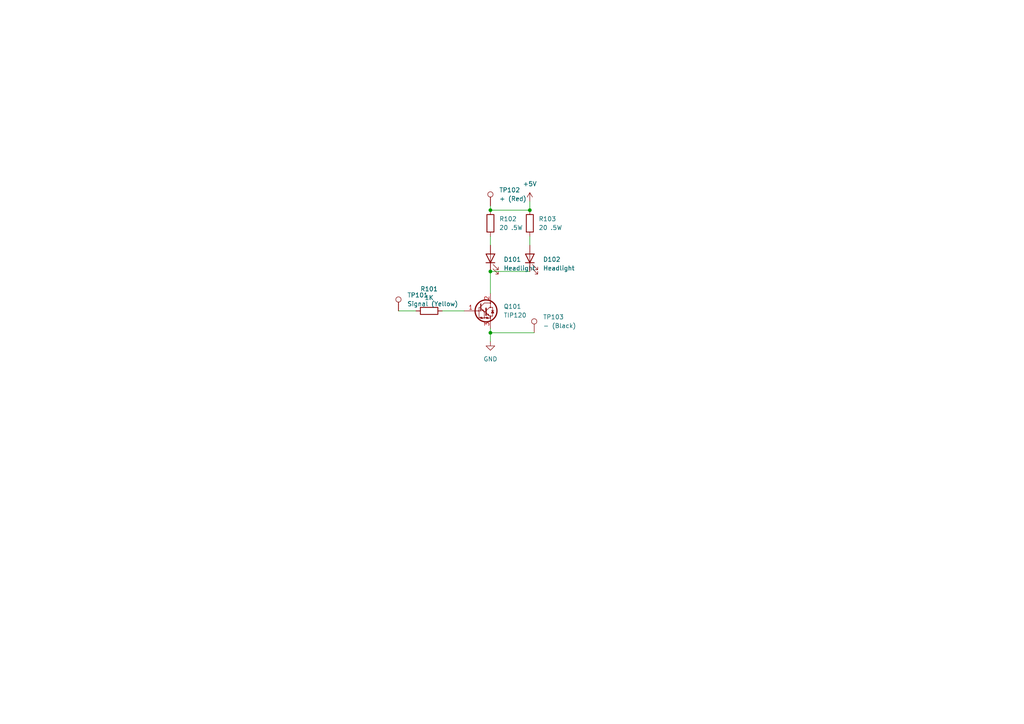
<source format=kicad_sch>
(kicad_sch (version 20211123) (generator eeschema)
  (paper "A4")
  (lib_symbols
    (symbol "Connector:TestPoint" (pin_numbers hide) (pin_names (offset 0.762) hide)
      (property "Reference" "TP" (at 0 6.858 0))
      (property "Value" "TestPoint" (at 0 5.08 0))
      (symbol "TestPoint_0_1"
        (circle (center 0 3.302) (radius 0.762))
      )
      (symbol "TestPoint_1_1"
        (pin passive line (at 0 0 90) (length 2.54) (name "1") (number "1"))
      )
    )
    (symbol "Device:LED" (pin_numbers hide) (pin_names (offset 1.016) hide)
      (property "Reference" "D" (at 0 2.54 0))
      (property "Value" "LED" (at 0 -2.54 0))
      (symbol "LED_0_1"
        (polyline (pts (xy -1.27 -1.27) (xy -1.27 1.27)) (stroke (width 0.254)))
        (polyline (pts (xy -1.27 0) (xy 1.27 0)))
        (polyline (pts (xy 1.27 -1.27) (xy 1.27 1.27) (xy -1.27 0) (xy 1.27 -1.27)) (stroke (width 0.254)))
        (polyline (pts (xy -3.048 -0.762) (xy -4.572 -2.286) (xy -3.81 -2.286) (xy -4.572 -2.286) (xy -4.572 -1.524)))
        (polyline (pts (xy -1.778 -0.762) (xy -3.302 -2.286) (xy -2.54 -2.286) (xy -3.302 -2.286) (xy -3.302 -1.524)))
      )
      (symbol "LED_1_1"
        (pin passive line (at -3.81 0 0) (length 2.54) (name "K") (number "1"))
        (pin passive line (at 3.81 0 180) (length 2.54) (name "A") (number "2"))
      )
    )
    (symbol "Device:R" (pin_numbers hide) (pin_names (offset 0))
      (property "Reference" "R" (at 2.032 0 90))
      (property "Value" "R" (at 0 0 90))
      (symbol "R_0_1"
        (rectangle (start -1.016 -2.54) (end 1.016 2.54) (stroke (width 0.254)))
      )
      (symbol "R_1_1"
        (pin passive line (at 0 3.81 270) (length 1.27) (name "~") (number "1"))
        (pin passive line (at 0 -3.81 90) (length 1.27) (name "~") (number "2"))
      )
    )
    (symbol "Transistor_BJT:TIP120" (pin_names (offset 0) hide)
      (property "Reference" "Q" (at 5.08 1.905 0))
      (property "Value" "TIP120" (at 5.08 0 0))
      (symbol "TIP120_0_1"
        (circle (center -0.762 0) (radius 0.127))
        (polyline (pts (xy -1.27 0) (xy -0.889 0)))
        (polyline (pts (xy 2.54 -2.032) (xy 2.54 -2.54)))
        (polyline (pts (xy 2.54 -1.524) (xy 3.175 -1.524)))
        (polyline (pts (xy 2.794 0.127) (xy 3.556 0.127)))
        (polyline (pts (xy 3.175 -0.635) (xy 3.175 -1.524)))
        (polyline (pts (xy 3.175 1.016) (xy 2.54 1.016)))
        (polyline (pts (xy 3.175 1.016) (xy 3.175 0.127)))
        (polyline (pts (xy -0.254 0.762) (xy 0.762 -0.254) (xy 1.27 -0.254)))
        (polyline (pts (xy -0.254 1.016) (xy -0.762 1.016) (xy -0.762 -2.032)))
        (polyline (pts (xy -0.254 1.27) (xy 0.762 2.286) (xy 2.54 2.286)))
        (polyline (pts (xy -0.254 2.032) (xy -0.254 0) (xy -0.254 0)) (stroke (width 0.3048)))
        (polyline (pts (xy 1.27 0.762) (xy 1.27 -1.27) (xy 1.27 -1.27)) (stroke (width 0.381)))
        (polyline (pts (xy 0.635 -0.127) (xy 0.381 0.381) (xy 0.127 0.127) (xy 0.635 -0.127)))
        (polyline (pts (xy 1.27 -0.508) (xy 2.286 -1.524) (xy 2.54 -1.524) (xy 2.54 -2.032)))
        (polyline (pts (xy 1.27 0) (xy 2.286 1.016) (xy 2.54 1.016) (xy 2.54 2.286)))
        (polyline (pts (xy 2.159 -1.397) (xy 1.905 -0.889) (xy 1.651 -1.143) (xy 2.159 -1.397)))
        (polyline (pts (xy 3.175 0.127) (xy 2.794 -0.635) (xy 3.556 -0.635) (xy 3.175 0.127)) (fill (type outline)))
        (polyline (pts (xy 0.762 -2.032) (xy 0.381 -2.032) (xy 0.254 -2.286) (xy 0.127 -1.778) (xy 0 -2.286) (xy -0.127 -1.778) (xy -0.254 -2.286) (xy -0.381 -1.778) (xy -0.508 -2.032) (xy -0.762 -2.032)))
        (polyline (pts (xy 0.762 -0.254) (xy 0.762 -2.032) (xy 1.143 -2.032) (xy 1.27 -1.778) (xy 1.397 -2.286) (xy 1.524 -1.778) (xy 1.651 -2.286) (xy 1.778 -1.778) (xy 1.905 -2.286) (xy 2.032 -2.032) (xy 2.54 -2.032)))
        (circle (center 0.762 -2.032) (radius 0.127))
        (circle (center 0.762 -0.254) (radius 0.127))
        (circle (center 1.27 0) (radius 3.175) (stroke (width 0.3556)))
        (circle (center 2.54 -2.032) (radius 0.127))
        (circle (center 2.54 -1.524) (radius 0.127))
        (circle (center 2.54 1.016) (radius 0.127))
        (circle (center 2.54 2.286) (radius 0.127))
      )
      (symbol "TIP120_1_1"
        (pin input line (at -5.08 0 0) (length 3.81) (name "B") (number "1"))
        (pin passive line (at 2.54 5.08 270) (length 2.667) (name "C") (number "2"))
        (pin passive line (at 2.54 -5.08 90) (length 2.54) (name "E") (number "3"))
      )
    )
    (symbol "power:+5V" (power) (pin_names (offset 0))
      (property "Value" "+5V" (at 0 3.556 0))
      (symbol "+5V_0_1"
        (polyline (pts (xy -0.762 1.27) (xy 0 2.54)))
        (polyline (pts (xy 0 0) (xy 0 2.54)))
        (polyline (pts (xy 0 2.54) (xy 0.762 1.27)))
      )
      (symbol "+5V_1_1"
        (pin power_in line (at 0 0 90) (length 0) hide (name "+5V") (number "1"))
      )
    )
    (symbol "power:GND" (power) (pin_names (offset 0))
      (property "Value" "GND" (at 0 -3.81 0))
      (symbol "GND_0_1"
        (polyline (pts (xy 0 0) (xy 0 -1.27) (xy 1.27 -1.27) (xy 0 -2.54) (xy -1.27 -1.27) (xy 0 -1.27)))
      )
      (symbol "GND_1_1"
        (pin power_in line (at 0 0 270) (length 0) hide (name "GND") (number "1"))
      )
    )
  )
  (junction (at 142.24 78.74))
  (junction (at 142.24 96.52))
  (junction (at 153.67 60.96))
  (junction (at 142.24 60.96))
  (wire (pts (xy 142.24 96.52) (xy 142.24 99.06)))
  (wire (pts (xy 153.67 58.42) (xy 153.67 60.96)))
  (wire (pts (xy 142.24 96.52) (xy 154.94 96.52)))
  (wire (pts (xy 142.24 68.58) (xy 142.24 71.12)))
  (wire (pts (xy 142.24 60.96) (xy 153.67 60.96)))
  (wire (pts (xy 115.57 90.17) (xy 120.65 90.17)))
  (wire (pts (xy 142.24 78.74) (xy 142.24 85.09)))
  (wire (pts (xy 128.27 90.17) (xy 134.62 90.17)))
  (wire (pts (xy 153.67 68.58) (xy 153.67 71.12)))
  (wire (pts (xy 142.24 95.25) (xy 142.24 96.52)))
  (wire (pts (xy 142.24 59.69) (xy 142.24 60.96)))
  (wire (pts (xy 142.24 78.74) (xy 153.67 78.74)))
  (symbol (lib_id "Device:R") (at 153.67 64.77 0) (unit 1)
    (property "Reference" "R103" (at 156.21 63.4999 0) (effects (justify left)))
    (property "Value" "20 .5W" (at 156.21 66.0399 0) (effects (justify left)))
    (property "Footprint" "Resistor_SMD:R_1210_3225Metric" (effects hide))
    (property "Mouser Part Number" "652-CR2010-FX20R0ELF" (effects hide))
  )
  (symbol (lib_id "Device:LED") (at 142.24 74.93 90) (unit 1)
    (property "Reference" "D101" (at 146.05 75.2474 90) (effects (justify right)))
    (property "Value" "Headlight" (at 146.05 77.7874 90) (effects (justify right)))
    (property "Footprint" "DS203:DS203" (effects hide))
    (property "Mouser Part Number" "997-L1356580CA350P1 " (effects hide))
  )
  (symbol (lib_id "Device:LED") (at 153.67 74.93 90) (unit 1)
    (property "Reference" "D102" (at 157.48 75.2474 90) (effects (justify right)))
    (property "Value" "Headlight" (at 157.48 77.7874 90) (effects (justify right)))
    (property "Footprint" "DS203:DS203" (effects hide))
    (property "Mouser Part Number" "997-L1356580CA350P1 " (effects hide))
  )
  (symbol (lib_id "Transistor_BJT:TIP120") (at 139.7 90.17 0) (unit 1)
    (property "Reference" "Q101" (at 146.05 88.8999 0) (effects (justify left)))
    (property "Value" "TIP120" (at 146.05 91.4399 0) (effects (justify left)))
    (property "Footprint" "Package_TO_SOT_THT:TO-220-3_Vertical" (effects hide))
    (property "Datasheet" "https://www.onsemi.com/pub/Collateral/TIP120-D.PDF" (effects hide))
  )
  (symbol (lib_id "power:GND") (at 142.24 99.06 0) (unit 1)
    (property "Reference" "#PWR0101" (effects hide))
    (property "Value" "GND" (at 142.24 104.14 0))
  )
  (symbol (lib_id "Connector:TestPoint") (at 142.24 59.69 0) (unit 1)
    (property "Reference" "TP102" (at 144.78 55.1179 0) (effects (justify left)))
    (property "Value" "+ (Red)" (at 144.78 57.6579 0) (effects (justify left)))
    (property "Footprint" "TestPoint:TestPoint_Plated_Hole_D2.0mm" (effects hide))
  )
  (symbol (lib_id "Device:R") (at 124.46 90.17 90) (unit 1)
    (property "Reference" "R101" (at 124.46 83.82 90))
    (property "Value" "1K" (at 124.46 86.36 90))
    (property "Footprint" "Resistor_SMD:R_0805_2012Metric" (effects hide))
    (property "Mouser Part Number" "603-RC0805JR-101KL" (effects hide))
  )
  (symbol (lib_id "Connector:TestPoint") (at 154.94 96.52 0) (unit 1)
    (property "Reference" "TP103" (at 157.48 91.9479 0) (effects (justify left)))
    (property "Value" "- (Black)" (at 157.48 94.4879 0) (effects (justify left)))
    (property "Footprint" "TestPoint:TestPoint_Plated_Hole_D2.0mm" (effects hide))
  )
  (symbol (lib_id "power:+5V") (at 153.67 58.42 0) (unit 1)
    (property "Reference" "#PWR0102" (effects hide))
    (property "Value" "+5V" (at 153.67 53.34 0))
  )
  (symbol (lib_id "Device:R") (at 142.24 64.77 0) (unit 1)
    (property "Reference" "R102" (at 144.78 63.4999 0) (effects (justify left)))
    (property "Value" "20 .5W" (at 144.78 66.0399 0) (effects (justify left)))
    (property "Footprint" "Resistor_SMD:R_1210_3225Metric" (effects hide))
    (property "Mouser Part Number" "652-CR2010-FX20R0ELF" (effects hide))
  )
  (symbol (lib_id "Connector:TestPoint") (at 115.57 90.17 0) (unit 1)
    (property "Reference" "TP101" (at 118.11 85.5979 0) (effects (justify left)))
    (property "Value" "Signal (Yellow)" (at 118.11 88.1379 0) (effects (justify left)))
    (property "Footprint" "TestPoint:TestPoint_Plated_Hole_D2.0mm" (effects hide))
  )
)
</source>
